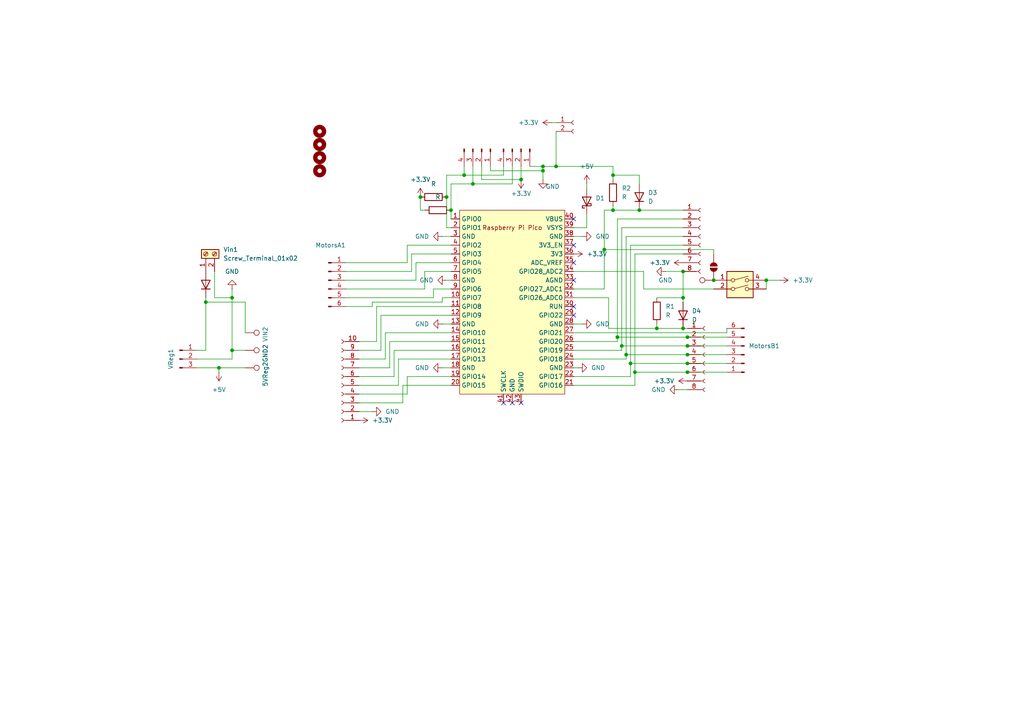
<source format=kicad_sch>
(kicad_sch (version 20231120) (generator "eeschema") (generator_version "8.0")
  (paper "A4")
  (lib_symbols
    (symbol "Connector:Conn_01x02_Socket" (pin_names (offset 1.016) hide)
      (property "Reference" "J" (at 0 2.54 0))
      (property "Value" "Conn_01x02_Socket" (at 0 -5.08 0))
      (symbol "Conn_01x02_Socket_1_1"
        (arc (start 0 -2.032) (mid -0.5058 -2.54) (end 0 -3.048) (stroke (width 0.1524)))
        (polyline (pts (xy -1.27 -2.54) (xy -0.508 -2.54)) (stroke (width 0.1524)))
        (polyline (pts (xy -1.27 0) (xy -0.508 0)) (stroke (width 0.1524)))
        (arc (start 0 0.508) (mid -0.5058 0) (end 0 -0.508) (stroke (width 0.1524)))
        (pin passive line (at -5.08 0 0) (length 3.81) (name "Pin_1") (number "1"))
        (pin passive line (at -5.08 -2.54 0) (length 3.81) (name "Pin_2") (number "2"))
      )
    )
    (symbol "Connector:Conn_01x03_Pin" (pin_names (offset 1.016) hide)
      (property "Reference" "J" (at 0 5.08 0))
      (property "Value" "Conn_01x03_Pin" (at 0 -5.08 0))
      (symbol "Conn_01x03_Pin_1_1"
        (polyline (pts (xy 1.27 -2.54) (xy 0.8636 -2.54)) (stroke (width 0.1524)))
        (polyline (pts (xy 1.27 0) (xy 0.8636 0)) (stroke (width 0.1524)))
        (polyline (pts (xy 1.27 2.54) (xy 0.8636 2.54)) (stroke (width 0.1524)))
        (rectangle (start 0.8636 -2.413) (end 0 -2.667) (stroke (width 0.1524)) (fill (type outline)))
        (rectangle (start 0.8636 0.127) (end 0 -0.127) (stroke (width 0.1524)) (fill (type outline)))
        (rectangle (start 0.8636 2.667) (end 0 2.413) (stroke (width 0.1524)) (fill (type outline)))
        (pin passive line (at 5.08 2.54 180) (length 3.81) (name "Pin_1") (number "1"))
        (pin passive line (at 5.08 0 180) (length 3.81) (name "Pin_2") (number "2"))
        (pin passive line (at 5.08 -2.54 180) (length 3.81) (name "Pin_3") (number "3"))
      )
    )
    (symbol "Connector:Conn_01x04_Pin" (pin_names (offset 1.016) hide)
      (property "Reference" "J" (at 0 5.08 0))
      (property "Value" "Conn_01x04_Pin" (at 0 -7.62 0))
      (symbol "Conn_01x04_Pin_1_1"
        (polyline (pts (xy 1.27 -5.08) (xy 0.8636 -5.08)) (stroke (width 0.1524)))
        (polyline (pts (xy 1.27 -2.54) (xy 0.8636 -2.54)) (stroke (width 0.1524)))
        (polyline (pts (xy 1.27 0) (xy 0.8636 0)) (stroke (width 0.1524)))
        (polyline (pts (xy 1.27 2.54) (xy 0.8636 2.54)) (stroke (width 0.1524)))
        (rectangle (start 0.8636 -4.953) (end 0 -5.207) (stroke (width 0.1524)) (fill (type outline)))
        (rectangle (start 0.8636 -2.413) (end 0 -2.667) (stroke (width 0.1524)) (fill (type outline)))
        (rectangle (start 0.8636 0.127) (end 0 -0.127) (stroke (width 0.1524)) (fill (type outline)))
        (rectangle (start 0.8636 2.667) (end 0 2.413) (stroke (width 0.1524)) (fill (type outline)))
        (pin passive line (at 5.08 2.54 180) (length 3.81) (name "Pin_1") (number "1"))
        (pin passive line (at 5.08 0 180) (length 3.81) (name "Pin_2") (number "2"))
        (pin passive line (at 5.08 -2.54 180) (length 3.81) (name "Pin_3") (number "3"))
        (pin passive line (at 5.08 -5.08 180) (length 3.81) (name "Pin_4") (number "4"))
      )
    )
    (symbol "Connector:Conn_01x06_Pin" (pin_names (offset 1.016) hide)
      (property "Reference" "J" (at 0 7.62 0))
      (property "Value" "Conn_01x06_Pin" (at 0 -10.16 0))
      (symbol "Conn_01x06_Pin_1_1"
        (polyline (pts (xy 1.27 -7.62) (xy 0.8636 -7.62)) (stroke (width 0.1524)))
        (polyline (pts (xy 1.27 -5.08) (xy 0.8636 -5.08)) (stroke (width 0.1524)))
        (polyline (pts (xy 1.27 -2.54) (xy 0.8636 -2.54)) (stroke (width 0.1524)))
        (polyline (pts (xy 1.27 0) (xy 0.8636 0)) (stroke (width 0.1524)))
        (polyline (pts (xy 1.27 2.54) (xy 0.8636 2.54)) (stroke (width 0.1524)))
        (polyline (pts (xy 1.27 5.08) (xy 0.8636 5.08)) (stroke (width 0.1524)))
        (rectangle (start 0.8636 -7.493) (end 0 -7.747) (stroke (width 0.1524)) (fill (type outline)))
        (rectangle (start 0.8636 -4.953) (end 0 -5.207) (stroke (width 0.1524)) (fill (type outline)))
        (rectangle (start 0.8636 -2.413) (end 0 -2.667) (stroke (width 0.1524)) (fill (type outline)))
        (rectangle (start 0.8636 0.127) (end 0 -0.127) (stroke (width 0.1524)) (fill (type outline)))
        (rectangle (start 0.8636 2.667) (end 0 2.413) (stroke (width 0.1524)) (fill (type outline)))
        (rectangle (start 0.8636 5.207) (end 0 4.953) (stroke (width 0.1524)) (fill (type outline)))
        (pin passive line (at 5.08 5.08 180) (length 3.81) (name "Pin_1") (number "1"))
        (pin passive line (at 5.08 2.54 180) (length 3.81) (name "Pin_2") (number "2"))
        (pin passive line (at 5.08 0 180) (length 3.81) (name "Pin_3") (number "3"))
        (pin passive line (at 5.08 -2.54 180) (length 3.81) (name "Pin_4") (number "4"))
        (pin passive line (at 5.08 -5.08 180) (length 3.81) (name "Pin_5") (number "5"))
        (pin passive line (at 5.08 -7.62 180) (length 3.81) (name "Pin_6") (number "6"))
      )
    )
    (symbol "Connector:Conn_01x08_Socket" (pin_names (offset 1.016) hide)
      (property "Reference" "J" (at 0 10.16 0))
      (property "Value" "Conn_01x08_Socket" (at 0 -12.7 0))
      (symbol "Conn_01x08_Socket_1_1"
        (arc (start 0 -9.652) (mid -0.5058 -10.16) (end 0 -10.668) (stroke (width 0.1524)))
        (arc (start 0 -7.112) (mid -0.5058 -7.62) (end 0 -8.128) (stroke (width 0.1524)))
        (arc (start 0 -4.572) (mid -0.5058 -5.08) (end 0 -5.588) (stroke (width 0.1524)))
        (arc (start 0 -2.032) (mid -0.5058 -2.54) (end 0 -3.048) (stroke (width 0.1524)))
        (polyline (pts (xy -1.27 -10.16) (xy -0.508 -10.16)) (stroke (width 0.1524)))
        (polyline (pts (xy -1.27 -7.62) (xy -0.508 -7.62)) (stroke (width 0.1524)))
        (polyline (pts (xy -1.27 -5.08) (xy -0.508 -5.08)) (stroke (width 0.1524)))
        (polyline (pts (xy -1.27 -2.54) (xy -0.508 -2.54)) (stroke (width 0.1524)))
        (polyline (pts (xy -1.27 0) (xy -0.508 0)) (stroke (width 0.1524)))
        (polyline (pts (xy -1.27 2.54) (xy -0.508 2.54)) (stroke (width 0.1524)))
        (polyline (pts (xy -1.27 5.08) (xy -0.508 5.08)) (stroke (width 0.1524)))
        (polyline (pts (xy -1.27 7.62) (xy -0.508 7.62)) (stroke (width 0.1524)))
        (arc (start 0 0.508) (mid -0.5058 0) (end 0 -0.508) (stroke (width 0.1524)))
        (arc (start 0 3.048) (mid -0.5058 2.54) (end 0 2.032) (stroke (width 0.1524)))
        (arc (start 0 5.588) (mid -0.5058 5.08) (end 0 4.572) (stroke (width 0.1524)))
        (arc (start 0 8.128) (mid -0.5058 7.62) (end 0 7.112) (stroke (width 0.1524)))
        (pin passive line (at -5.08 7.62 0) (length 3.81) (name "Pin_1") (number "1"))
        (pin passive line (at -5.08 5.08 0) (length 3.81) (name "Pin_2") (number "2"))
        (pin passive line (at -5.08 2.54 0) (length 3.81) (name "Pin_3") (number "3"))
        (pin passive line (at -5.08 0 0) (length 3.81) (name "Pin_4") (number "4"))
        (pin passive line (at -5.08 -2.54 0) (length 3.81) (name "Pin_5") (number "5"))
        (pin passive line (at -5.08 -5.08 0) (length 3.81) (name "Pin_6") (number "6"))
        (pin passive line (at -5.08 -7.62 0) (length 3.81) (name "Pin_7") (number "7"))
        (pin passive line (at -5.08 -10.16 0) (length 3.81) (name "Pin_8") (number "8"))
      )
    )
    (symbol "Connector:Conn_01x10_Socket" (pin_names (offset 1.016) hide)
      (property "Reference" "J" (at 0 12.7 0))
      (property "Value" "Conn_01x10_Socket" (at 0 -15.24 0))
      (symbol "Conn_01x10_Socket_1_1"
        (arc (start 0 -12.192) (mid -0.5058 -12.7) (end 0 -13.208) (stroke (width 0.1524)))
        (arc (start 0 -9.652) (mid -0.5058 -10.16) (end 0 -10.668) (stroke (width 0.1524)))
        (arc (start 0 -7.112) (mid -0.5058 -7.62) (end 0 -8.128) (stroke (width 0.1524)))
        (arc (start 0 -4.572) (mid -0.5058 -5.08) (end 0 -5.588) (stroke (width 0.1524)))
        (arc (start 0 -2.032) (mid -0.5058 -2.54) (end 0 -3.048) (stroke (width 0.1524)))
        (polyline (pts (xy -1.27 -12.7) (xy -0.508 -12.7)) (stroke (width 0.1524)))
        (polyline (pts (xy -1.27 -10.16) (xy -0.508 -10.16)) (stroke (width 0.1524)))
        (polyline (pts (xy -1.27 -7.62) (xy -0.508 -7.62)) (stroke (width 0.1524)))
        (polyline (pts (xy -1.27 -5.08) (xy -0.508 -5.08)) (stroke (width 0.1524)))
        (polyline (pts (xy -1.27 -2.54) (xy -0.508 -2.54)) (stroke (width 0.1524)))
        (polyline (pts (xy -1.27 0) (xy -0.508 0)) (stroke (width 0.1524)))
        (polyline (pts (xy -1.27 2.54) (xy -0.508 2.54)) (stroke (width 0.1524)))
        (polyline (pts (xy -1.27 5.08) (xy -0.508 5.08)) (stroke (width 0.1524)))
        (polyline (pts (xy -1.27 7.62) (xy -0.508 7.62)) (stroke (width 0.1524)))
        (polyline (pts (xy -1.27 10.16) (xy -0.508 10.16)) (stroke (width 0.1524)))
        (arc (start 0 0.508) (mid -0.5058 0) (end 0 -0.508) (stroke (width 0.1524)))
        (arc (start 0 3.048) (mid -0.5058 2.54) (end 0 2.032) (stroke (width 0.1524)))
        (arc (start 0 5.588) (mid -0.5058 5.08) (end 0 4.572) (stroke (width 0.1524)))
        (arc (start 0 8.128) (mid -0.5058 7.62) (end 0 7.112) (stroke (width 0.1524)))
        (arc (start 0 10.668) (mid -0.5058 10.16) (end 0 9.652) (stroke (width 0.1524)))
        (pin passive line (at -5.08 10.16 0) (length 3.81) (name "Pin_1") (number "1"))
        (pin passive line (at -5.08 -12.7 0) (length 3.81) (name "Pin_10") (number "10"))
        (pin passive line (at -5.08 7.62 0) (length 3.81) (name "Pin_2") (number "2"))
        (pin passive line (at -5.08 5.08 0) (length 3.81) (name "Pin_3") (number "3"))
        (pin passive line (at -5.08 2.54 0) (length 3.81) (name "Pin_4") (number "4"))
        (pin passive line (at -5.08 0 0) (length 3.81) (name "Pin_5") (number "5"))
        (pin passive line (at -5.08 -2.54 0) (length 3.81) (name "Pin_6") (number "6"))
        (pin passive line (at -5.08 -5.08 0) (length 3.81) (name "Pin_7") (number "7"))
        (pin passive line (at -5.08 -7.62 0) (length 3.81) (name "Pin_8") (number "8"))
        (pin passive line (at -5.08 -10.16 0) (length 3.81) (name "Pin_9") (number "9"))
      )
    )
    (symbol "Connector:Screw_Terminal_01x02" (pin_names (offset 1.016) hide)
      (property "Reference" "J" (at 0 2.54 0))
      (property "Value" "Screw_Terminal_01x02" (at 0 -5.08 0))
      (symbol "Screw_Terminal_01x02_1_1"
        (rectangle (start -1.27 1.27) (end 1.27 -3.81) (stroke (width 0.254)) (fill (type background)))
        (circle (center 0 -2.54) (radius 0.635) (stroke (width 0.1524)))
        (polyline (pts (xy -0.5334 -2.2098) (xy 0.3302 -3.048)) (stroke (width 0.1524)))
        (polyline (pts (xy -0.5334 0.3302) (xy 0.3302 -0.508)) (stroke (width 0.1524)))
        (polyline (pts (xy -0.3556 -2.032) (xy 0.508 -2.8702)) (stroke (width 0.1524)))
        (polyline (pts (xy -0.3556 0.508) (xy 0.508 -0.3302)) (stroke (width 0.1524)))
        (circle (center 0 0) (radius 0.635) (stroke (width 0.1524)))
        (pin passive line (at -5.08 0 0) (length 3.81) (name "Pin_1") (number "1"))
        (pin passive line (at -5.08 -2.54 0) (length 3.81) (name "Pin_2") (number "2"))
      )
    )
    (symbol "Connector:TestPoint" (pin_numbers hide) (pin_names (offset 0.762) hide)
      (property "Reference" "TP" (at 0 6.858 0))
      (property "Value" "TestPoint" (at 0 5.08 0))
      (symbol "TestPoint_0_1"
        (circle (center 0 3.302) (radius 0.762))
      )
      (symbol "TestPoint_1_1"
        (pin passive line (at 0 0 90) (length 2.54) (name "1") (number "1"))
      )
    )
    (symbol "Device:D" (pin_numbers hide) (pin_names (offset 1.016) hide)
      (property "Reference" "D" (at 0 2.54 0))
      (property "Value" "D" (at 0 -2.54 0))
      (symbol "D_0_1"
        (polyline (pts (xy -1.27 1.27) (xy -1.27 -1.27)) (stroke (width 0.254)))
        (polyline (pts (xy 1.27 0) (xy -1.27 0)))
        (polyline (pts (xy 1.27 1.27) (xy 1.27 -1.27) (xy -1.27 0) (xy 1.27 1.27)) (stroke (width 0.254)))
      )
      (symbol "D_1_1"
        (pin passive line (at -3.81 0 0) (length 2.54) (name "K") (number "1"))
        (pin passive line (at 3.81 0 180) (length 2.54) (name "A") (number "2"))
      )
    )
    (symbol "Device:D_Schottky" (pin_numbers hide) (pin_names (offset 1.016) hide)
      (property "Reference" "D" (at 0 2.54 0))
      (property "Value" "D_Schottky" (at 0 -2.54 0))
      (symbol "D_Schottky_0_1"
        (polyline (pts (xy 1.27 0) (xy -1.27 0)))
        (polyline (pts (xy 1.27 1.27) (xy 1.27 -1.27) (xy -1.27 0) (xy 1.27 1.27)) (stroke (width 0.254)))
        (polyline (pts (xy -1.905 0.635) (xy -1.905 1.27) (xy -1.27 1.27) (xy -1.27 -1.27) (xy -0.635 -1.27) (xy -0.635 -0.635)) (stroke (width 0.254)))
      )
      (symbol "D_Schottky_1_1"
        (pin passive line (at -3.81 0 0) (length 2.54) (name "K") (number "1"))
        (pin passive line (at 3.81 0 180) (length 2.54) (name "A") (number "2"))
      )
    )
    (symbol "Device:R" (pin_numbers hide) (pin_names (offset 0))
      (property "Reference" "R" (at 2.032 0 90))
      (property "Value" "R" (at 0 0 90))
      (symbol "R_0_1"
        (rectangle (start -1.016 -2.54) (end 1.016 2.54) (stroke (width 0.254)))
      )
      (symbol "R_1_1"
        (pin passive line (at 0 3.81 270) (length 1.27) (name "~") (number "1"))
        (pin passive line (at 0 -3.81 90) (length 1.27) (name "~") (number "2"))
      )
    )
    (symbol "Jumper:SolderJumper_2_Open" (pin_numbers hide) (pin_names (offset 0) hide) (exclude_from_sim yes) (in_bom no)
      (property "Reference" "JP" (at 0 2.032 0))
      (property "Value" "SolderJumper_2_Open" (at 0 -2.54 0))
      (symbol "SolderJumper_2_Open_0_1"
        (arc (start -0.254 1.016) (mid -1.2656 0) (end -0.254 -1.016))
        (arc (start -0.254 1.016) (mid -1.2656 0) (end -0.254 -1.016) (fill (type outline)))
        (polyline (pts (xy -0.254 1.016) (xy -0.254 -1.016)))
        (polyline (pts (xy 0.254 1.016) (xy 0.254 -1.016)))
        (arc (start 0.254 -1.016) (mid 1.2656 0) (end 0.254 1.016))
        (arc (start 0.254 -1.016) (mid 1.2656 0) (end 0.254 1.016) (fill (type outline)))
      )
      (symbol "SolderJumper_2_Open_1_1"
        (pin passive line (at -3.81 0 0) (length 2.54) (name "A") (number "1"))
        (pin passive line (at 3.81 0 180) (length 2.54) (name "B") (number "2"))
      )
    )
    (symbol "Mechanical:MountingHole" (pin_names (offset 1.016)) (exclude_from_sim yes) (in_bom no)
      (property "Reference" "H" (at 0 5.08 0))
      (property "Value" "MountingHole" (at 0 3.175 0))
      (symbol "MountingHole_0_1"
        (circle (center 0 0) (radius 1.27) (stroke (width 1.27)))
      )
    )
    (symbol "Switch:SW_DIP_x02" (pin_names (offset 0) hide)
      (property "Reference" "SW" (at 0 6.35 0))
      (property "Value" "SW_DIP_x02" (at 0 -3.81 0))
      (symbol "SW_DIP_x02_0_0"
        (circle (center -2.032 0) (radius 0.508))
        (circle (center -2.032 2.54) (radius 0.508))
        (polyline (pts (xy -1.524 0.127) (xy 2.3622 1.1684)))
        (polyline (pts (xy -1.524 2.667) (xy 2.3622 3.7084)))
        (circle (center 2.032 0) (radius 0.508))
        (circle (center 2.032 2.54) (radius 0.508))
      )
      (symbol "SW_DIP_x02_0_1"
        (rectangle (start -3.81 5.08) (end 3.81 -2.54) (stroke (width 0.254)) (fill (type background)))
      )
      (symbol "SW_DIP_x02_1_1"
        (pin passive line (at -7.62 2.54 0) (length 5.08) (name "~") (number "1"))
        (pin passive line (at -7.62 0 0) (length 5.08) (name "~") (number "2"))
        (pin passive line (at 7.62 0 180) (length 5.08) (name "~") (number "3"))
        (pin passive line (at 7.62 2.54 180) (length 5.08) (name "~") (number "4"))
      )
    )
    (symbol "pico:Pico"
      (property "Reference" "U" (at -13.97 27.94 0))
      (property "Value" "Pico" (at 0 19.05 0))
      (symbol "Pico_0_0"
        (text "Raspberry Pi Pico" (at 0 21.59 0) (effects (font (size 1.27 1.27))))
      )
      (symbol "Pico_0_1"
        (rectangle (start -15.24 26.67) (end 15.24 -26.67) (fill (type background)))
      )
      (symbol "Pico_1_1"
        (pin bidirectional line (at -17.78 24.13 0) (length 2.54) (name "GPIO0") (number "1"))
        (pin bidirectional line (at -17.78 1.27 0) (length 2.54) (name "GPIO7") (number "10"))
        (pin bidirectional line (at -17.78 -1.27 0) (length 2.54) (name "GPIO8") (number "11"))
        (pin bidirectional line (at -17.78 -3.81 0) (length 2.54) (name "GPIO9") (number "12"))
        (pin power_in line (at -17.78 -6.35 0) (length 2.54) (name "GND") (number "13"))
        (pin bidirectional line (at -17.78 -8.89 0) (length 2.54) (name "GPIO10") (number "14"))
        (pin bidirectional line (at -17.78 -11.43 0) (length 2.54) (name "GPIO11") (number "15"))
        (pin bidirectional line (at -17.78 -13.97 0) (length 2.54) (name "GPIO12") (number "16"))
        (pin bidirectional line (at -17.78 -16.51 0) (length 2.54) (name "GPIO13") (number "17"))
        (pin power_in line (at -17.78 -19.05 0) (length 2.54) (name "GND") (number "18"))
        (pin bidirectional line (at -17.78 -21.59 0) (length 2.54) (name "GPIO14") (number "19"))
        (pin bidirectional line (at -17.78 21.59 0) (length 2.54) (name "GPIO1") (number "2"))
        (pin bidirectional line (at -17.78 -24.13 0) (length 2.54) (name "GPIO15") (number "20"))
        (pin bidirectional line (at 17.78 -24.13 180) (length 2.54) (name "GPIO16") (number "21"))
        (pin bidirectional line (at 17.78 -21.59 180) (length 2.54) (name "GPIO17") (number "22"))
        (pin power_in line (at 17.78 -19.05 180) (length 2.54) (name "GND") (number "23"))
        (pin bidirectional line (at 17.78 -16.51 180) (length 2.54) (name "GPIO18") (number "24"))
        (pin bidirectional line (at 17.78 -13.97 180) (length 2.54) (name "GPIO19") (number "25"))
        (pin bidirectional line (at 17.78 -11.43 180) (length 2.54) (name "GPIO20") (number "26"))
        (pin bidirectional line (at 17.78 -8.89 180) (length 2.54) (name "GPIO21") (number "27"))
        (pin power_in line (at 17.78 -6.35 180) (length 2.54) (name "GND") (number "28"))
        (pin bidirectional line (at 17.78 -3.81 180) (length 2.54) (name "GPIO22") (number "29"))
        (pin power_in line (at -17.78 19.05 0) (length 2.54) (name "GND") (number "3"))
        (pin input line (at 17.78 -1.27 180) (length 2.54) (name "RUN") (number "30"))
        (pin bidirectional line (at 17.78 1.27 180) (length 2.54) (name "GPIO26_ADC0") (number "31"))
        (pin bidirectional line (at 17.78 3.81 180) (length 2.54) (name "GPIO27_ADC1") (number "32"))
        (pin power_in line (at 17.78 6.35 180) (length 2.54) (name "AGND") (number "33"))
        (pin bidirectional line (at 17.78 8.89 180) (length 2.54) (name "GPIO28_ADC2") (number "34"))
        (pin power_in line (at 17.78 11.43 180) (length 2.54) (name "ADC_VREF") (number "35"))
        (pin power_in line (at 17.78 13.97 180) (length 2.54) (name "3V3") (number "36"))
        (pin input line (at 17.78 16.51 180) (length 2.54) (name "3V3_EN") (number "37"))
        (pin bidirectional line (at 17.78 19.05 180) (length 2.54) (name "GND") (number "38"))
        (pin power_in line (at 17.78 21.59 180) (length 2.54) (name "VSYS") (number "39"))
        (pin bidirectional line (at -17.78 16.51 0) (length 2.54) (name "GPIO2") (number "4"))
        (pin power_in line (at 17.78 24.13 180) (length 2.54) (name "VBUS") (number "40"))
        (pin input line (at -2.54 -29.21 90) (length 2.54) (name "SWCLK") (number "41"))
        (pin power_in line (at 0 -29.21 90) (length 2.54) (name "GND") (number "42"))
        (pin bidirectional line (at 2.54 -29.21 90) (length 2.54) (name "SWDIO") (number "43"))
        (pin bidirectional line (at -17.78 13.97 0) (length 2.54) (name "GPIO3") (number "5"))
        (pin bidirectional line (at -17.78 11.43 0) (length 2.54) (name "GPIO4") (number "6"))
        (pin bidirectional line (at -17.78 8.89 0) (length 2.54) (name "GPIO5") (number "7"))
        (pin power_in line (at -17.78 6.35 0) (length 2.54) (name "GND") (number "8"))
        (pin bidirectional line (at -17.78 3.81 0) (length 2.54) (name "GPIO6") (number "9"))
      )
    )
    (symbol "power:+3.3V" (power) (pin_numbers hide) (pin_names (offset 0) hide)
      (property "Value" "+3.3V" (at 0 3.556 0))
      (symbol "+3.3V_0_1"
        (polyline (pts (xy -0.762 1.27) (xy 0 2.54)))
        (polyline (pts (xy 0 0) (xy 0 2.54)))
        (polyline (pts (xy 0 2.54) (xy 0.762 1.27)))
      )
      (symbol "+3.3V_1_1"
        (pin power_in line (at 0 0 90) (length 0) (name "~") (number "1"))
      )
    )
    (symbol "power:+5V" (power) (pin_numbers hide) (pin_names (offset 0) hide)
      (property "Value" "+5V" (at 0 3.556 0))
      (symbol "+5V_0_1"
        (polyline (pts (xy -0.762 1.27) (xy 0 2.54)))
        (polyline (pts (xy 0 0) (xy 0 2.54)))
        (polyline (pts (xy 0 2.54) (xy 0.762 1.27)))
      )
      (symbol "+5V_1_1"
        (pin power_in line (at 0 0 90) (length 0) (name "~") (number "1"))
      )
    )
    (symbol "power:GND" (power) (pin_numbers hide) (pin_names (offset 0) hide)
      (property "Value" "GND" (at 0 -3.81 0))
      (symbol "GND_0_1"
        (polyline (pts (xy 0 0) (xy 0 -1.27) (xy 1.27 -1.27) (xy 0 -2.54) (xy -1.27 -1.27) (xy 0 -1.27)))
      )
      (symbol "GND_1_1"
        (pin power_in line (at 0 0 270) (length 0) (name "~") (number "1"))
      )
    )
  )
  (junction (at 137.16 53.34))
  (junction (at 130.81 60.96))
  (junction (at 129.54 57.15))
  (junction (at 157.48 49.53))
  (junction (at 177.8 50.8))
  (junction (at 207.01 81.28))
  (junction (at 59.69 87.63))
  (junction (at 63.5 106.68))
  (junction (at 151.13 52.07))
  (junction (at 181.61 102.87))
  (junction (at 182.88 105.41))
  (junction (at 199.39 100.33))
  (junction (at 199.39 107.95))
  (junction (at 199.39 102.87))
  (junction (at 157.48 48.26))
  (junction (at 134.62 50.8))
  (junction (at 185.42 60.96))
  (junction (at 179.07 97.79))
  (junction (at 121.92 57.15))
  (junction (at 199.39 97.79))
  (junction (at 177.8 60.96))
  (junction (at 67.31 101.6))
  (junction (at 161.29 48.26))
  (junction (at 198.12 95.25))
  (junction (at 198.12 78.74))
  (junction (at 175.26 72.39))
  (junction (at 180.34 100.33))
  (junction (at 190.5 95.25))
  (junction (at 67.31 86.36))
  (junction (at 222.25 81.28))
  (junction (at 198.12 86.36))
  (junction (at 199.39 105.41))
  (junction (at 184.15 107.95))
  (no_connect (at 166.37 88.9))
  (no_connect (at 166.37 63.5))
  (no_connect (at 146.05 116.84))
  (no_connect (at 151.13 116.84))
  (no_connect (at 148.59 116.84))
  (no_connect (at 166.37 91.44))
  (no_connect (at 166.37 76.2))
  (no_connect (at 166.37 81.28))
  (no_connect (at 166.37 71.12))
  (wire (pts (xy 120.65 76.2) (xy 130.81 76.2)))
  (wire (pts (xy 109.22 99.06) (xy 109.22 88.9)))
  (wire (pts (xy 166.37 93.98) (xy 168.91 93.98)))
  (wire (pts (xy 210.82 96.52) (xy 210.82 95.25)))
  (wire (pts (xy 161.29 38.1) (xy 161.29 48.26)))
  (wire (pts (xy 175.26 72.39) (xy 175.26 83.82)))
  (wire (pts (xy 166.37 106.68) (xy 167.64 106.68)))
  (wire (pts (xy 104.14 99.06) (xy 109.22 99.06)))
  (wire (pts (xy 100.33 78.74) (xy 119.38 78.74)))
  (wire (pts (xy 166.37 111.76) (xy 184.15 111.76)))
  (wire (pts (xy 166.37 104.14) (xy 181.61 104.14)))
  (wire (pts (xy 196.85 113.03) (xy 199.39 113.03)))
  (wire (pts (xy 166.37 99.06) (xy 179.07 99.06)))
  (wire (pts (xy 130.81 109.22) (xy 118.11 109.22)))
  (wire (pts (xy 184.15 107.95) (xy 199.39 107.95)))
  (wire (pts (xy 120.65 81.28) (xy 120.65 76.2)))
  (wire (pts (xy 179.07 97.79) (xy 179.07 99.06)))
  (wire (pts (xy 104.14 109.22) (xy 114.3 109.22)))
  (wire (pts (xy 71.12 96.52) (xy 71.12 87.63)))
  (wire (pts (xy 148.59 53.34) (xy 137.16 53.34)))
  (wire (pts (xy 128.27 93.98) (xy 130.81 93.98)))
  (wire (pts (xy 199.39 102.87) (xy 210.82 102.87)))
  (wire (pts (xy 184.15 111.76) (xy 184.15 107.95)))
  (wire (pts (xy 100.33 88.9) (xy 107.95 88.9)))
  (wire (pts (xy 166.37 96.52) (xy 210.82 96.52)))
  (wire (pts (xy 62.23 86.36) (xy 67.31 86.36)))
  (wire (pts (xy 175.26 60.96) (xy 175.26 72.39)))
  (wire (pts (xy 198.12 86.36) (xy 198.12 78.74)))
  (wire (pts (xy 185.42 50.8) (xy 177.8 50.8)))
  (wire (pts (xy 57.15 101.6) (xy 59.69 101.6)))
  (wire (pts (xy 199.39 107.95) (xy 210.82 107.95)))
  (wire (pts (xy 139.7 48.26) (xy 139.7 52.07)))
  (wire (pts (xy 181.61 102.87) (xy 181.61 68.58)))
  (wire (pts (xy 104.14 114.3) (xy 118.11 114.3)))
  (wire (pts (xy 181.61 68.58) (xy 198.12 68.58)))
  (wire (pts (xy 128.27 68.58) (xy 130.81 68.58)))
  (wire (pts (xy 63.5 106.68) (xy 63.5 107.95)))
  (wire (pts (xy 67.31 83.82) (xy 67.31 86.36)))
  (wire (pts (xy 222.25 81.28) (xy 226.06 81.28)))
  (wire (pts (xy 185.42 53.34) (xy 185.42 50.8)))
  (wire (pts (xy 134.62 48.26) (xy 134.62 50.8)))
  (wire (pts (xy 125.73 86.36) (xy 125.73 83.82)))
  (wire (pts (xy 148.59 48.26) (xy 148.59 53.34)))
  (wire (pts (xy 177.8 48.26) (xy 161.29 48.26)))
  (wire (pts (xy 100.33 83.82) (xy 123.19 83.82)))
  (wire (pts (xy 129.54 66.04) (xy 129.54 57.15)))
  (wire (pts (xy 157.48 48.26) (xy 157.48 49.53)))
  (wire (pts (xy 157.48 48.26) (xy 153.67 48.26)))
  (wire (pts (xy 123.19 83.82) (xy 123.19 78.74)))
  (wire (pts (xy 166.37 78.74) (xy 186.69 78.74)))
  (wire (pts (xy 182.88 105.41) (xy 182.88 71.12)))
  (wire (pts (xy 222.25 81.28) (xy 222.25 83.82)))
  (wire (pts (xy 119.38 73.66) (xy 130.81 73.66)))
  (wire (pts (xy 113.03 106.68) (xy 113.03 99.06)))
  (wire (pts (xy 180.34 100.33) (xy 180.34 101.6)))
  (wire (pts (xy 186.69 78.74) (xy 186.69 83.82)))
  (wire (pts (xy 111.76 104.14) (xy 111.76 96.52)))
  (wire (pts (xy 160.02 35.56) (xy 161.29 35.56)))
  (wire (pts (xy 123.19 60.96) (xy 121.92 60.96)))
  (wire (pts (xy 190.5 86.36) (xy 198.12 86.36)))
  (wire (pts (xy 128.27 86.36) (xy 130.81 86.36)))
  (wire (pts (xy 198.12 95.25) (xy 199.39 95.25)))
  (wire (pts (xy 67.31 86.36) (xy 67.31 101.6)))
  (wire (pts (xy 166.37 109.22) (xy 182.88 109.22)))
  (wire (pts (xy 128.27 87.63) (xy 128.27 86.36)))
  (wire (pts (xy 177.8 52.07) (xy 177.8 50.8)))
  (wire (pts (xy 175.26 60.96) (xy 177.8 60.96)))
  (wire (pts (xy 63.5 106.68) (xy 71.12 106.68)))
  (wire (pts (xy 166.37 101.6) (xy 180.34 101.6)))
  (wire (pts (xy 137.16 48.26) (xy 137.16 53.34)))
  (wire (pts (xy 182.88 105.41) (xy 199.39 105.41)))
  (wire (pts (xy 125.73 83.82) (xy 130.81 83.82)))
  (wire (pts (xy 181.61 104.14) (xy 181.61 102.87)))
  (wire (pts (xy 59.69 87.63) (xy 59.69 101.6)))
  (wire (pts (xy 109.22 88.9) (xy 130.81 88.9)))
  (wire (pts (xy 151.13 48.26) (xy 151.13 52.07)))
  (wire (pts (xy 129.54 57.15) (xy 129.54 50.8)))
  (wire (pts (xy 198.12 87.63) (xy 198.12 86.36)))
  (wire (pts (xy 180.34 66.04) (xy 198.12 66.04)))
  (wire (pts (xy 175.26 72.39) (xy 207.01 72.39)))
  (wire (pts (xy 128.27 106.68) (xy 130.81 106.68)))
  (wire (pts (xy 115.57 111.76) (xy 115.57 104.14)))
  (wire (pts (xy 71.12 87.63) (xy 59.69 87.63)))
  (wire (pts (xy 142.24 49.53) (xy 157.48 49.53)))
  (wire (pts (xy 111.76 96.52) (xy 130.81 96.52)))
  (wire (pts (xy 177.8 50.8) (xy 177.8 48.26)))
  (wire (pts (xy 142.24 48.26) (xy 142.24 49.53)))
  (wire (pts (xy 104.14 116.84) (xy 116.84 116.84)))
  (wire (pts (xy 129.54 50.8) (xy 134.62 50.8)))
  (wire (pts (xy 129.54 81.28) (xy 130.81 81.28)))
  (wire (pts (xy 107.95 87.63) (xy 128.27 87.63)))
  (wire (pts (xy 116.84 116.84) (xy 116.84 111.76)))
  (wire (pts (xy 113.03 99.06) (xy 130.81 99.06)))
  (wire (pts (xy 166.37 68.58) (xy 168.91 68.58)))
  (wire (pts (xy 181.61 102.87) (xy 199.39 102.87)))
  (wire (pts (xy 110.49 101.6) (xy 110.49 91.44)))
  (wire (pts (xy 157.48 49.53) (xy 157.48 52.07)))
  (wire (pts (xy 186.69 83.82) (xy 207.01 83.82)))
  (wire (pts (xy 130.81 60.96) (xy 130.81 63.5)))
  (wire (pts (xy 180.34 100.33) (xy 180.34 66.04)))
  (wire (pts (xy 67.31 101.6) (xy 71.12 101.6)))
  (wire (pts (xy 123.19 78.74) (xy 130.81 78.74)))
  (wire (pts (xy 139.7 52.07) (xy 151.13 52.07)))
  (wire (pts (xy 177.8 60.96) (xy 185.42 60.96)))
  (wire (pts (xy 114.3 109.22) (xy 114.3 101.6)))
  (wire (pts (xy 118.11 71.12) (xy 130.81 71.12)))
  (wire (pts (xy 190.5 93.98) (xy 190.5 95.25)))
  (wire (pts (xy 170.18 62.23) (xy 170.18 66.04)))
  (wire (pts (xy 57.15 104.14) (xy 67.31 104.14)))
  (wire (pts (xy 104.14 101.6) (xy 110.49 101.6)))
  (wire (pts (xy 170.18 53.34) (xy 170.18 54.61)))
  (wire (pts (xy 176.53 86.36) (xy 176.53 95.25)))
  (wire (pts (xy 134.62 50.8) (xy 146.05 50.8)))
  (wire (pts (xy 114.3 101.6) (xy 130.81 101.6)))
  (wire (pts (xy 100.33 76.2) (xy 118.11 76.2)))
  (wire (pts (xy 104.14 104.14) (xy 111.76 104.14)))
  (wire (pts (xy 121.92 60.96) (xy 121.92 57.15)))
  (wire (pts (xy 104.14 111.76) (xy 115.57 111.76)))
  (wire (pts (xy 182.88 71.12) (xy 198.12 71.12)))
  (wire (pts (xy 137.16 53.34) (xy 130.81 53.34)))
  (wire (pts (xy 182.88 109.22) (xy 182.88 105.41)))
  (wire (pts (xy 176.53 95.25) (xy 190.5 95.25)))
  (wire (pts (xy 115.57 104.14) (xy 130.81 104.14)))
  (wire (pts (xy 119.38 78.74) (xy 119.38 73.66)))
  (wire (pts (xy 100.33 86.36) (xy 125.73 86.36)))
  (wire (pts (xy 100.33 81.28) (xy 120.65 81.28)))
  (wire (pts (xy 199.39 97.79) (xy 210.82 97.79)))
  (wire (pts (xy 193.04 78.74) (xy 198.12 78.74)))
  (wire (pts (xy 166.37 86.36) (xy 176.53 86.36)))
  (wire (pts (xy 146.05 50.8) (xy 146.05 48.26)))
  (wire (pts (xy 161.29 48.26) (xy 157.48 48.26)))
  (wire (pts (xy 59.69 86.36) (xy 59.69 87.63)))
  (wire (pts (xy 130.81 53.34) (xy 130.81 60.96)))
  (wire (pts (xy 57.15 106.68) (xy 63.5 106.68)))
  (wire (pts (xy 110.49 91.44) (xy 130.81 91.44)))
  (wire (pts (xy 166.37 83.82) (xy 175.26 83.82)))
  (wire (pts (xy 185.42 60.96) (xy 198.12 60.96)))
  (wire (pts (xy 179.07 97.79) (xy 199.39 97.79)))
  (wire (pts (xy 199.39 100.33) (xy 210.82 100.33)))
  (wire (pts (xy 184.15 73.66) (xy 198.12 73.66)))
  (wire (pts (xy 62.23 78.74) (xy 62.23 86.36)))
  (wire (pts (xy 180.34 100.33) (xy 199.39 100.33)))
  (wire (pts (xy 184.15 73.66) (xy 184.15 107.95)))
  (wire (pts (xy 118.11 76.2) (xy 118.11 71.12)))
  (wire (pts (xy 177.8 59.69) (xy 177.8 60.96)))
  (wire (pts (xy 199.39 105.41) (xy 210.82 105.41)))
  (wire (pts (xy 107.95 88.9) (xy 107.95 87.63)))
  (wire (pts (xy 179.07 97.79) (xy 179.07 63.5)))
  (wire (pts (xy 207.01 73.66) (xy 207.01 72.39)))
  (wire (pts (xy 190.5 95.25) (xy 198.12 95.25)))
  (wire (pts (xy 118.11 109.22) (xy 118.11 114.3)))
  (wire (pts (xy 116.84 111.76) (xy 130.81 111.76)))
  (wire (pts (xy 104.14 119.38) (xy 107.95 119.38)))
  (wire (pts (xy 179.07 63.5) (xy 198.12 63.5)))
  (wire (pts (xy 67.31 104.14) (xy 67.31 101.6)))
  (wire (pts (xy 130.81 66.04) (xy 129.54 66.04)))
  (wire (pts (xy 104.14 106.68) (xy 113.03 106.68)))
  (wire (pts (xy 170.18 66.04) (xy 166.37 66.04)))
  (symbol (lib_id "power:GND") (at 128.27 106.68 270) (unit 1)
    (property "Reference" "#PWR015" (effects (hide yes)))
    (property "Value" "GND" (at 124.46 106.6799 90) (effects (justify right)))
    (property "Description" "Power symbol creates a global label with name \"GND\" , ground" (effects (hide yes)))
  )
  (symbol (lib_id "power:+3.3V") (at 199.39 110.49 90) (unit 1)
    (property "Reference" "#PWR021" (effects (hide yes)))
    (property "Value" "+3.3V" (at 195.58 110.4899 90) (effects (justify left)))
    (property "Description" "Power symbol creates a global label with name \"+3.3V\"" (effects (hide yes)))
  )
  (symbol (lib_id "Connector:Conn_01x04_Pin") (at 151.13 43.18 270) (unit 1)
    (property "Reference" "I2C1" (effects (hide yes)))
    (property "Value" "Conn_01x04_Pin" (effects (hide yes)))
    (property "Footprint" "Connector_PinHeader_2.54mm:PinHeader_1x04_P2.54mm_Vertical" (effects (hide yes)))
    (property "Description" "Generic connector, single row, 01x04, script generated" (effects (hide yes)))
  )
  (symbol (lib_id "power:GND") (at 196.85 113.03 270) (unit 1)
    (property "Reference" "#PWR01" (effects (hide yes)))
    (property "Value" "GND" (at 193.04 113.0299 90) (effects (justify right)))
    (property "Description" "Power symbol creates a global label with name \"GND\" , ground" (effects (hide yes)))
  )
  (symbol (lib_id "power:+3.3V") (at 198.12 76.2 90) (unit 1)
    (property "Reference" "#PWR012" (effects (hide yes)))
    (property "Value" "+3.3V" (at 194.31 76.1999 90) (effects (justify left)))
    (property "Description" "Power symbol creates a global label with name \"+3.3V\"" (effects (hide yes)))
  )
  (symbol (lib_id "Mechanical:MountingHole") (at 92.71 41.91 0) (unit 1) (exclude_from_sim yes) (in_bom no)
    (property "Reference" "H2" (effects (hide yes)))
    (property "Value" "MountingHole" (effects (hide yes)))
    (property "Footprint" "MountingHole:MountingHole_2.5mm_Pad" (effects (hide yes)))
    (property "Description" "Mounting Hole without connection" (effects (hide yes)))
  )
  (symbol (lib_id "power:+3.3V") (at 226.06 81.28 270) (unit 1)
    (property "Reference" "#PWR023" (effects (hide yes)))
    (property "Value" "+3.3V" (at 229.87 81.2799 90) (effects (justify left)))
    (property "Description" "Power symbol creates a global label with name \"+3.3V\"" (effects (hide yes)))
  )
  (symbol (lib_id "power:GND") (at 128.27 93.98 270) (unit 1)
    (property "Reference" "#PWR016" (effects (hide yes)))
    (property "Value" "GND" (at 124.46 93.9799 90) (effects (justify right)))
    (property "Description" "Power symbol creates a global label with name \"GND\" , ground" (effects (hide yes)))
  )
  (symbol (lib_id "Device:R") (at 125.73 57.15 270) (unit 1)
    (property "Reference" "R3" (effects (hide yes)))
    (property "Value" "R" (at 125.73 53.34 90))
    (property "Footprint" "digikey-footprints:1206" (effects (hide yes)))
    (property "Description" "Resistor" (effects (hide yes)))
  )
  (symbol (lib_id "power:GND") (at 67.31 83.82 180) (unit 1)
    (property "Reference" "#PWR04" (effects (hide yes)))
    (property "Value" "GND" (at 67.31 78.74 0))
    (property "Description" "Power symbol creates a global label with name \"GND\" , ground" (effects (hide yes)))
  )
  (symbol (lib_id "Device:R") (at 127 60.96 90) (unit 1)
    (property "Reference" "R4" (effects (hide yes)))
    (property "Value" "R" (at 127 57.15 90))
    (property "Footprint" "digikey-footprints:1206" (effects (hide yes)))
    (property "Description" "Resistor" (effects (hide yes)))
  )
  (symbol (lib_id "Connector:TestPoint") (at 207.01 81.28 90) (unit 1)
    (property "Reference" "SW1" (effects (hide yes)))
    (property "Value" "TestPoint" (effects (hide yes)))
    (property "Footprint" "TestPoint:TestPoint_Pad_1.5x1.5mm" (effects (hide yes)))
    (property "Description" "test point" (effects (hide yes)))
  )
  (symbol (lib_id "Connector:TestPoint") (at 71.12 96.52 270) (unit 1)
    (property "Reference" "VIN2" (at 76.962 94.742 0) (effects (justify left)))
    (property "Value" "TestPoint" (effects (hide yes)))
    (property "Footprint" "TestPoint:TestPoint_Pad_1.5x1.5mm" (effects (hide yes)))
    (property "Description" "test point" (effects (hide yes)))
  )
  (symbol (lib_id "Connector:TestPoint") (at 71.12 106.68 270) (unit 1)
    (property "Reference" "5VReg2" (at 76.962 104.902 0) (effects (justify left)))
    (property "Value" "TestPoint" (effects (hide yes)))
    (property "Footprint" "TestPoint:TestPoint_Pad_1.5x1.5mm" (effects (hide yes)))
    (property "Description" "test point" (effects (hide yes)))
  )
  (symbol (lib_id "power:GND") (at 168.91 68.58 90) (unit 1)
    (property "Reference" "#PWR013" (effects (hide yes)))
    (property "Value" "GND" (at 172.72 68.5799 90) (effects (justify right)))
    (property "Description" "Power symbol creates a global label with name \"GND\" , ground" (effects (hide yes)))
  )
  (symbol (lib_id "power:GND") (at 128.27 68.58 270) (unit 1)
    (property "Reference" "#PWR018" (effects (hide yes)))
    (property "Value" "GND" (at 124.46 68.5799 90) (effects (justify right)))
    (property "Description" "Power symbol creates a global label with name \"GND\" , ground" (effects (hide yes)))
  )
  (symbol (lib_id "power:+3.3V") (at 160.02 35.56 90) (unit 1)
    (property "Reference" "#PWR019" (effects (hide yes)))
    (property "Value" "+3.3V" (at 156.21 35.5599 90) (effects (justify left)))
    (property "Description" "Power symbol creates a global label with name \"+3.3V\"" (effects (hide yes)))
  )
  (symbol (lib_id "Mechanical:MountingHole") (at 92.71 38.1 0) (unit 1) (exclude_from_sim yes) (in_bom no)
    (property "Reference" "H1" (effects (hide yes)))
    (property "Value" "MountingHole" (effects (hide yes)))
    (property "Footprint" "MountingHole:MountingHole_2.5mm_Pad" (effects (hide yes)))
    (property "Description" "Mounting Hole without connection" (effects (hide yes)))
  )
  (symbol (lib_id "power:+5V") (at 170.18 53.34 0) (unit 1)
    (property "Reference" "#PWR011" (effects (hide yes)))
    (property "Value" "+5V" (at 170.18 48.26 0))
    (property "Description" "Power symbol creates a global label with name \"+5V\"" (effects (hide yes)))
  )
  (symbol (lib_id "Device:R") (at 190.5 90.17 0) (unit 1)
    (property "Reference" "R1" (at 193.04 88.8999 0) (effects (justify left)))
    (property "Value" "R" (at 193.04 91.4399 0) (effects (justify left)))
    (property "Footprint" "digikey-footprints:1206" (effects (hide yes)))
    (property "Description" "Resistor" (effects (hide yes)))
  )
  (symbol (lib_id "power:GND") (at 167.64 106.68 90) (unit 1)
    (property "Reference" "#PWR06" (effects (hide yes)))
    (property "Value" "GND" (at 171.45 106.6799 90) (effects (justify right)))
    (property "Description" "Power symbol creates a global label with name \"GND\" , ground" (effects (hide yes)))
  )
  (symbol (lib_id "power:+3.3V") (at 151.13 52.07 180) (unit 1)
    (property "Reference" "#PWR02" (effects (hide yes)))
    (property "Value" "+3.3V" (at 151.13 56.134 0))
    (property "Description" "Power symbol creates a global label with name \"+3.3V\"" (effects (hide yes)))
  )
  (symbol (lib_id "Connector:Conn_01x03_Pin") (at 52.07 104.14 0) (unit 1)
    (property "Reference" "VReg1" (at 49.53 104.14 90))
    (property "Value" "Conn_01x03_Pin" (effects (hide yes)))
    (property "Footprint" "Connector_PinHeader_2.54mm:PinHeader_1x03_P2.54mm_Vertical" (effects (hide yes)))
    (property "Description" "Generic connector, single row, 01x03, script generated" (effects (hide yes)))
  )
  (symbol (lib_id "power:+3.3V") (at 121.92 57.15 0) (unit 1)
    (property "Reference" "#PWR022" (effects (hide yes)))
    (property "Value" "+3.3V" (at 121.92 52.07 0))
    (property "Description" "Power symbol creates a global label with name \"+3.3V\"" (effects (hide yes)))
  )
  (symbol (lib_id "Device:D") (at 59.69 82.55 90) (unit 1)
    (property "Reference" "D2" (effects (hide yes)))
    (property "Value" "D" (effects (hide yes)))
    (property "Footprint" "Diode_THT:D_A-405_P10.16mm_Horizontal" (effects (hide yes)))
    (property "Description" "Diode" (effects (hide yes)))
    (property "Sim.Device" "D" (effects (hide yes)))
    (property "Sim.Pins" "1=K 2=A" (effects (hide yes)))
  )
  (symbol (lib_id "Connector:Conn_01x06_Pin") (at 215.9 102.87 180) (unit 1)
    (property "Reference" "MotorsB1" (at 217.17 100.3299 0) (effects (justify right)))
    (property "Value" "Conn_01x06_Pin" (effects (hide yes)))
    (property "Footprint" "Connector_PinHeader_2.54mm:PinHeader_2x03_P2.54mm_Vertical_SMD" (effects (hide yes)))
    (property "Description" "Generic connector, single row, 01x06, script generated" (effects (hide yes)))
  )
  (symbol (lib_id "Device:D_Schottky") (at 170.18 58.42 90) (unit 1)
    (property "Reference" "D1" (at 172.72 57.4674 90) (effects (justify right)))
    (property "Value" "D_Schottky" (effects (hide yes)))
    (property "Footprint" "Diode_THT:D_DO-27_P15.24mm_Horizontal" (effects (hide yes)))
    (property "Description" "Schottky diode" (effects (hide yes)))
  )
  (symbol (lib_id "power:GND") (at 129.54 81.28 270) (unit 1)
    (property "Reference" "#PWR017" (effects (hide yes)))
    (property "Value" "GND" (at 125.73 81.2799 90) (effects (justify right)))
    (property "Description" "Power symbol creates a global label with name \"GND\" , ground" (effects (hide yes)))
  )
  (symbol (lib_id "Connector:Conn_01x08_Socket") (at 203.2 68.58 0) (unit 1)
    (property "Reference" "J3" (effects (hide yes)))
    (property "Value" "Conn_01x08_Socket" (effects (hide yes)))
    (property "Footprint" "Connector_PinHeader_2.54mm:PinHeader_1x08_P2.54mm_Vertical" (effects (hide yes)))
    (property "Description" "Generic connector, single row, 01x08, script generated" (effects (hide yes)))
  )
  (symbol (lib_id "power:+3.3V") (at 166.37 73.66 270) (unit 1)
    (property "Reference" "#PWR09" (effects (hide yes)))
    (property "Value" "+3.3V" (at 170.18 73.6599 90) (effects (justify left)))
    (property "Description" "Power symbol creates a global label with name \"+3.3V\"" (effects (hide yes)))
  )
  (symbol (lib_id "Connector:Conn_01x10_Socket") (at 99.06 111.76 180) (unit 1)
    (property "Reference" "J1" (effects (hide yes)))
    (property "Value" "Conn_01x10_Socket" (effects (hide yes)))
    (property "Footprint" "Connector_PinHeader_2.54mm:PinHeader_1x10_P2.54mm_Vertical" (effects (hide yes)))
    (property "Description" "Generic connector, single row, 01x10, script generated" (effects (hide yes)))
  )
  (symbol (lib_id "Connector:TestPoint") (at 71.12 101.6 270) (unit 1)
    (property "Reference" "GND2" (at 76.962 99.822 0) (effects (justify left)))
    (property "Value" "TestPoint" (effects (hide yes)))
    (property "Footprint" "TestPoint:TestPoint_Pad_1.5x1.5mm" (effects (hide yes)))
    (property "Description" "test point" (effects (hide yes)))
  )
  (symbol (lib_id "Mechanical:MountingHole") (at 92.71 45.72 0) (unit 1) (exclude_from_sim yes) (in_bom no)
    (property "Reference" "H3" (effects (hide yes)))
    (property "Value" "MountingHole" (effects (hide yes)))
    (property "Footprint" "MountingHole:MountingHole_2.5mm_Pad" (effects (hide yes)))
    (property "Description" "Mounting Hole without connection" (effects (hide yes)))
  )
  (symbol (lib_id "Connector:Screw_Terminal_01x02") (at 59.69 73.66 90) (unit 1)
    (property "Reference" "Vin1" (at 64.77 72.3899 90) (effects (justify right)))
    (property "Value" "Screw_Terminal_01x02" (at 64.77 74.9299 90) (effects (justify right)))
    (property "Footprint" "TerminalBlock_Phoenix:TerminalBlock_Phoenix_MKDS-1,5-2_1x02_P5.00mm_Horizontal" (effects (hide yes)))
    (property "Description" "Generic screw terminal, single row, 01x02, script generated (kicad-library-utils/schlib/autogen/connector/)" (effects (hide yes)))
  )
  (symbol (lib_id "Device:D") (at 185.42 57.15 90) (unit 1)
    (property "Reference" "D3" (at 187.96 55.8799 90) (effects (justify right)))
    (property "Value" "D" (at 187.96 58.4199 90) (effects (justify right)))
    (property "Footprint" "Diode_THT:D_A-405_P10.16mm_Horizontal" (effects (hide yes)))
    (property "Description" "Diode" (effects (hide yes)))
    (property "Sim.Device" "D" (effects (hide yes)))
    (property "Sim.Pins" "1=K 2=A" (effects (hide yes)))
  )
  (symbol (lib_id "power:+3.3V") (at 104.14 121.92 270) (unit 1)
    (property "Reference" "#PWR07" (effects (hide yes)))
    (property "Value" "+3.3V" (at 107.95 121.9199 90) (effects (justify left)))
    (property "Description" "Power symbol creates a global label with name \"+3.3V\"" (effects (hide yes)))
  )
  (symbol (lib_id "power:GND") (at 168.91 93.98 90) (unit 1)
    (property "Reference" "#PWR014" (effects (hide yes)))
    (property "Value" "GND" (at 172.72 93.9799 90) (effects (justify right)))
    (property "Description" "Power symbol creates a global label with name \"GND\" , ground" (effects (hide yes)))
  )
  (symbol (lib_id "power:GND") (at 157.48 52.07 0) (unit 1)
    (property "Reference" "#PWR03" (effects (hide yes)))
    (property "Value" "GND" (at 160.274 54.102 0))
    (property "Description" "Power symbol creates a global label with name \"GND\" , ground" (effects (hide yes)))
  )
  (symbol (lib_id "Switch:SW_DIP_x02") (at 214.63 83.82 0) (unit 1)
    (property "Reference" "SW2" (effects (hide yes)))
    (property "Value" "SW_DIP_x02" (effects (hide yes)))
    (property "Footprint" "Button_Switch_THT:SW_DIP_SPSTx02_Slide_6.7x6.64mm_W7.62mm_P2.54mm_LowProfile" (effects (hide yes)))
    (property "Description" "2x DIP Switch, Single Pole Single Throw (SPST) switch, small symbol" (effects (hide yes)))
  )
  (symbol (lib_id "Mechanical:MountingHole") (at 92.71 49.53 0) (unit 1) (exclude_from_sim yes) (in_bom no)
    (property "Reference" "H4" (effects (hide yes)))
    (property "Value" "MountingHole" (effects (hide yes)))
    (property "Footprint" "MountingHole:MountingHole_2.5mm_Pad" (effects (hide yes)))
    (property "Description" "Mounting Hole without connection" (effects (hide yes)))
  )
  (symbol (lib_id "Device:R") (at 177.8 55.88 0) (unit 1)
    (property "Reference" "R2" (at 180.34 54.6099 0) (effects (justify left)))
    (property "Value" "R" (at 180.34 57.1499 0) (effects (justify left)))
    (property "Footprint" "digikey-footprints:1206" (effects (hide yes)))
    (property "Description" "Resistor" (effects (hide yes)))
  )
  (symbol (lib_id "power:GND") (at 107.95 119.38 90) (unit 1)
    (property "Reference" "#PWR05" (effects (hide yes)))
    (property "Value" "GND" (at 111.76 119.3799 90) (effects (justify right)))
    (property "Description" "Power symbol creates a global label with name \"GND\" , ground" (effects (hide yes)))
  )
  (symbol (lib_id "Connector:Conn_01x06_Pin") (at 95.25 81.28 0) (unit 1)
    (property "Reference" "MotorsA1" (at 95.885 71.12 0))
    (property "Value" "Conn_01x06_Pin" (effects (hide yes)))
    (property "Footprint" "Connector_PinHeader_2.54mm:PinHeader_2x03_P2.54mm_Vertical_SMD" (effects (hide yes)))
    (property "Description" "Generic connector, single row, 01x06, script generated" (effects (hide yes)))
  )
  (symbol (lib_id "pico:Pico") (at 148.59 87.63 0) (unit 1)
    (property "Reference" "U1" (effects (hide yes)))
    (property "Value" "Pico" (effects (hide yes)))
    (property "Footprint" "pico:RPi_Pico_SMD_TH" (effects (hide yes)))
  )
  (symbol (lib_id "Connector:Conn_01x04_Pin") (at 139.7 43.18 270) (unit 1)
    (property "Reference" "I2C2" (effects (hide yes)))
    (property "Value" "Conn_01x04_Pin" (effects (hide yes)))
    (property "Footprint" "Connector_PinHeader_2.54mm:PinHeader_1x04_P2.54mm_Vertical" (effects (hide yes)))
    (property "Description" "Generic connector, single row, 01x04, script generated" (effects (hide yes)))
  )
  (symbol (lib_id "Device:D") (at 198.12 91.44 90) (unit 1)
    (property "Reference" "D4" (at 200.66 90.1699 90) (effects (justify right)))
    (property "Value" "D" (at 200.66 92.7099 90) (effects (justify right)))
    (property "Footprint" "Diode_THT:D_A-405_P10.16mm_Horizontal" (effects (hide yes)))
    (property "Description" "Diode" (effects (hide yes)))
    (property "Sim.Device" "D" (effects (hide yes)))
    (property "Sim.Pins" "1=K 2=A" (effects (hide yes)))
  )
  (symbol (lib_id "power:GND") (at 193.04 78.74 270) (unit 1)
    (property "Reference" "#PWR08" (effects (hide yes)))
    (property "Value" "GND" (at 195.072 81.28 90) (effects (justify right)))
    (property "Description" "Power symbol creates a global label with name \"GND\" , ground" (effects (hide yes)))
  )
  (symbol (lib_id "Jumper:SolderJumper_2_Open") (at 207.01 77.47 90) (unit 1) (exclude_from_sim yes) (in_bom no)
    (property "Reference" "JP1" (effects (hide yes)))
    (property "Value" "SolderJumper_2_Open" (effects (hide yes)))
    (property "Footprint" "Jumper:SolderJumper-2_P1.3mm_Open_RoundedPad1.0x1.5mm" (effects (hide yes)))
    (property "Description" "Solder Jumper, 2-pole, open" (effects (hide yes)))
  )
  (symbol (lib_id "Connector:Conn_01x02_Socket") (at 166.37 35.56 0) (unit 1)
    (property "Reference" "J4" (effects (hide yes)))
    (property "Value" "Conn_01x02_Socket" (effects (hide yes)))
    (property "Footprint" "digikey-footprints:PinHeader_1x2_P2.54mm" (effects (hide yes)))
    (property "Description" "Generic connector, single row, 01x02, script generated" (effects (hide yes)))
  )
  (symbol (lib_id "power:+5V") (at 63.5 107.95 180) (unit 1)
    (property "Reference" "#PWR010" (effects (hide yes)))
    (property "Value" "+5V" (at 63.5 113.03 0))
    (property "Description" "Power symbol creates a global label with name \"+5V\"" (effects (hide yes)))
  )
  (symbol (lib_id "Connector:Conn_01x08_Socket") (at 204.47 102.87 0) (unit 1)
    (property "Reference" "J2" (effects (hide yes)))
    (property "Value" "Conn_01x08_Socket" (effects (hide yes)))
    (property "Footprint" "Connector_PinHeader_2.54mm:PinHeader_1x08_P2.54mm_Vertical" (effects (hide yes)))
    (property "Description" "Generic connector, single row, 01x08, script generated" (effects (hide yes)))
  )
)
</source>
